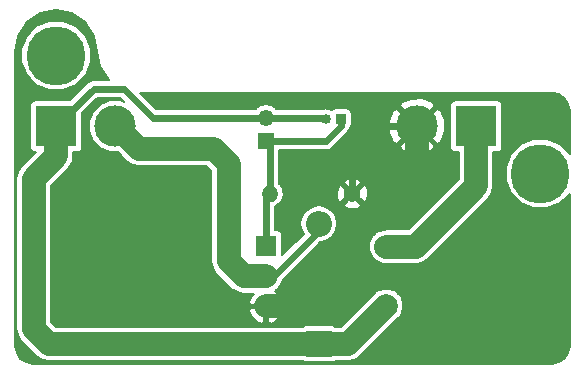
<source format=gtl>
G04 #@! TF.FileFunction,Copper,L1,Top,Signal*
%FSLAX46Y46*%
G04 Gerber Fmt 4.6, Leading zero omitted, Abs format (unit mm)*
G04 Created by KiCad (PCBNEW 4.0.7) date 08/24/19 09:27:58*
%MOMM*%
%LPD*%
G01*
G04 APERTURE LIST*
%ADD10C,0.100000*%
%ADD11C,5.000000*%
%ADD12C,2.000000*%
%ADD13R,1.800000X1.800000*%
%ADD14O,1.800000X1.800000*%
%ADD15R,3.500000X3.500000*%
%ADD16C,3.500000*%
%ADD17R,0.850000X0.850000*%
%ADD18C,0.850000*%
%ADD19R,2.200000X2.200000*%
%ADD20O,2.200000X2.200000*%
%ADD21C,1.400000*%
%ADD22O,1.400000X1.400000*%
%ADD23R,1.350000X1.350000*%
%ADD24O,1.350000X1.350000*%
%ADD25C,2.032000*%
%ADD26C,0.609600*%
%ADD27C,0.200000*%
G04 APERTURE END LIST*
D10*
D11*
X167998000Y-90365000D03*
X126998000Y-80365000D03*
D12*
X154940000Y-101560000D03*
X154940000Y-96560000D03*
D13*
X144780000Y-96520000D03*
D14*
X144780000Y-99060000D03*
X144780000Y-101600000D03*
D15*
X127000000Y-86360000D03*
D16*
X132000000Y-86360000D03*
D17*
X151130000Y-85725000D03*
D18*
X149880000Y-85725000D03*
D19*
X149225000Y-104775000D03*
D20*
X149225000Y-94615000D03*
D21*
X152090000Y-92075000D03*
D22*
X145090000Y-92075000D03*
D23*
X144780000Y-87630000D03*
D24*
X144780000Y-85630000D03*
D15*
X162560000Y-86360000D03*
D16*
X157560000Y-86360000D03*
D25*
X132000000Y-86360000D02*
X132080000Y-86360000D01*
X132080000Y-86360000D02*
X133985000Y-88265000D01*
X133985000Y-88265000D02*
X140335000Y-88265000D01*
X140335000Y-88265000D02*
X141605000Y-89535000D01*
X141605000Y-89535000D02*
X141605000Y-97790000D01*
X141605000Y-97790000D02*
X142875000Y-99060000D01*
X142875000Y-99060000D02*
X144780000Y-99060000D01*
D26*
X144780000Y-99060000D02*
X145415000Y-99060000D01*
X145415000Y-99060000D02*
X149225000Y-95250000D01*
X149225000Y-95250000D02*
X149225000Y-94615000D01*
X144780000Y-87630000D02*
X149860000Y-87630000D01*
X151130000Y-86360000D02*
X151130000Y-85725000D01*
X149860000Y-87630000D02*
X151130000Y-86360000D01*
X145090000Y-92075000D02*
X145090000Y-87940000D01*
X145090000Y-87940000D02*
X144780000Y-87630000D01*
X144780000Y-96520000D02*
X144780000Y-92385000D01*
X144780000Y-92385000D02*
X145090000Y-92075000D01*
D25*
X149225000Y-104775000D02*
X151725000Y-104775000D01*
X151725000Y-104775000D02*
X154940000Y-101560000D01*
X127000000Y-86360000D02*
X127000000Y-88900000D01*
X127000000Y-88900000D02*
X125095000Y-90805000D01*
X125095000Y-90805000D02*
X125095000Y-103505000D01*
X125095000Y-103505000D02*
X126365000Y-104775000D01*
X126365000Y-104775000D02*
X147955000Y-104775000D01*
X147955000Y-104775000D02*
X149225000Y-104775000D01*
D26*
X144780000Y-85630000D02*
X135160000Y-85630000D01*
X130175000Y-83185000D02*
X127000000Y-86360000D01*
X132715000Y-83185000D02*
X130175000Y-83185000D01*
X135160000Y-85630000D02*
X132715000Y-83185000D01*
X144780000Y-85630000D02*
X149785000Y-85630000D01*
X149785000Y-85630000D02*
X149880000Y-85725000D01*
D25*
X154940000Y-96560000D02*
X157440000Y-96560000D01*
X157440000Y-96560000D02*
X162560000Y-91440000D01*
X162560000Y-91440000D02*
X162560000Y-86360000D01*
X144780000Y-101600000D02*
X146050000Y-101600000D01*
X146050000Y-101600000D02*
X157560000Y-90090000D01*
X157560000Y-90090000D02*
X157560000Y-86360000D01*
D26*
X152090000Y-92075000D02*
X152090000Y-87940000D01*
X152090000Y-87940000D02*
X153670000Y-86360000D01*
X153670000Y-86360000D02*
X157560000Y-86360000D01*
D27*
G36*
X128325888Y-76799021D02*
X129449923Y-77550076D01*
X130200979Y-78674112D01*
X130485088Y-80102422D01*
X130713448Y-81250468D01*
X130713448Y-81250473D01*
X130752644Y-81345099D01*
X130791839Y-81439725D01*
X130791842Y-81439728D01*
X131442158Y-82412994D01*
X131459364Y-82430200D01*
X130175000Y-82430200D01*
X129886150Y-82487656D01*
X129641276Y-82651276D01*
X128141368Y-84151184D01*
X125250000Y-84151184D01*
X125083240Y-84182562D01*
X124930081Y-84281117D01*
X124827332Y-84431495D01*
X124791184Y-84610000D01*
X124791184Y-88110000D01*
X124822562Y-88276760D01*
X124921117Y-88429919D01*
X125071495Y-88532668D01*
X125250000Y-88568816D01*
X125257947Y-88568816D01*
X124058381Y-89768381D01*
X123740593Y-90243986D01*
X123628999Y-90805000D01*
X123629000Y-90805005D01*
X123629000Y-103504995D01*
X123628999Y-103505000D01*
X123740593Y-104066014D01*
X124058381Y-104541619D01*
X125328379Y-105811616D01*
X125328381Y-105811619D01*
X125803986Y-106129407D01*
X126365000Y-106241000D01*
X147863559Y-106241000D01*
X147946495Y-106297668D01*
X148125000Y-106333816D01*
X150325000Y-106333816D01*
X150491760Y-106302438D01*
X150587237Y-106241000D01*
X151724995Y-106241000D01*
X151725000Y-106241001D01*
X152286014Y-106129407D01*
X152761619Y-105811619D01*
X155976619Y-102596618D01*
X156021983Y-102528726D01*
X156168533Y-102382431D01*
X156248645Y-102189501D01*
X156294407Y-102121013D01*
X156310336Y-102040932D01*
X156389748Y-101849688D01*
X156389930Y-101640792D01*
X156406001Y-101560000D01*
X156390070Y-101479913D01*
X156390251Y-101272843D01*
X156310477Y-101079775D01*
X156294407Y-100998986D01*
X156249044Y-100931095D01*
X156169967Y-100739714D01*
X156022384Y-100591874D01*
X155976619Y-100523381D01*
X155908724Y-100478015D01*
X155762431Y-100331467D01*
X155569504Y-100251356D01*
X155501014Y-100205593D01*
X155420931Y-100189663D01*
X155229688Y-100110252D01*
X155020793Y-100110070D01*
X154940000Y-100093999D01*
X154859913Y-100109930D01*
X154652843Y-100109749D01*
X154459774Y-100189523D01*
X154378987Y-100205593D01*
X154311098Y-100250955D01*
X154119714Y-100330033D01*
X153971872Y-100477618D01*
X153903382Y-100523381D01*
X151117762Y-103309000D01*
X150586441Y-103309000D01*
X150503505Y-103252332D01*
X150325000Y-103216184D01*
X148125000Y-103216184D01*
X147958240Y-103247562D01*
X147862763Y-103309000D01*
X126972237Y-103309000D01*
X126561000Y-102897762D01*
X126561000Y-101986776D01*
X143322432Y-101986776D01*
X143581396Y-102515122D01*
X144022836Y-102904148D01*
X144393226Y-103057556D01*
X144626000Y-102947227D01*
X144626000Y-101754000D01*
X144934000Y-101754000D01*
X144934000Y-102947227D01*
X145166774Y-103057556D01*
X145537164Y-102904148D01*
X145978604Y-102515122D01*
X146237568Y-101986776D01*
X146128128Y-101754000D01*
X144934000Y-101754000D01*
X144626000Y-101754000D01*
X143431872Y-101754000D01*
X143322432Y-101986776D01*
X126561000Y-101986776D01*
X126561000Y-91412238D01*
X128036616Y-89936621D01*
X128036619Y-89936619D01*
X128354407Y-89461014D01*
X128386113Y-89301619D01*
X128466001Y-88900000D01*
X128466000Y-88899995D01*
X128466000Y-88568816D01*
X128750000Y-88568816D01*
X128916760Y-88537438D01*
X129069919Y-88438883D01*
X129172668Y-88288505D01*
X129208816Y-88110000D01*
X129208816Y-85218632D01*
X130487648Y-83939800D01*
X132402352Y-83939800D01*
X132753170Y-84290618D01*
X132439527Y-84160382D01*
X131564313Y-84159619D01*
X130755428Y-84493843D01*
X130136018Y-85112173D01*
X129800382Y-85920473D01*
X129799619Y-86795687D01*
X130133843Y-87604572D01*
X130752173Y-88223982D01*
X131560473Y-88559618D01*
X132206944Y-88560182D01*
X132948379Y-89301616D01*
X132948381Y-89301619D01*
X133423986Y-89619407D01*
X133517065Y-89637922D01*
X133985000Y-89731001D01*
X133985005Y-89731000D01*
X139727762Y-89731000D01*
X140139000Y-90142237D01*
X140139000Y-97789995D01*
X140138999Y-97790000D01*
X140250593Y-98351014D01*
X140568381Y-98826619D01*
X141838379Y-100096616D01*
X141838381Y-100096619D01*
X142187711Y-100330033D01*
X142313986Y-100414407D01*
X142875000Y-100526000D01*
X143761680Y-100526000D01*
X143581396Y-100684878D01*
X143322432Y-101213224D01*
X143431872Y-101446000D01*
X144626000Y-101446000D01*
X144626000Y-101426000D01*
X144934000Y-101426000D01*
X144934000Y-101446000D01*
X146128128Y-101446000D01*
X146237568Y-101213224D01*
X145978604Y-100684878D01*
X145537164Y-100295852D01*
X145525608Y-100291066D01*
X145816619Y-100096619D01*
X146134407Y-99621014D01*
X146187289Y-99355159D01*
X148982448Y-96560000D01*
X153474000Y-96560000D01*
X153489930Y-96640083D01*
X153489749Y-96847157D01*
X153569523Y-97040225D01*
X153585593Y-97121014D01*
X153630956Y-97188905D01*
X153710033Y-97380286D01*
X153857616Y-97528126D01*
X153903381Y-97596619D01*
X153971276Y-97641985D01*
X154117569Y-97788533D01*
X154310496Y-97868644D01*
X154378986Y-97914407D01*
X154459068Y-97930336D01*
X154650312Y-98009748D01*
X154859212Y-98009930D01*
X154940000Y-98026000D01*
X157439995Y-98026000D01*
X157440000Y-98026001D01*
X158001014Y-97914407D01*
X158476619Y-97596619D01*
X163596616Y-92476621D01*
X163596619Y-92476619D01*
X163914407Y-92001014D01*
X164026000Y-91440000D01*
X164026000Y-88568816D01*
X164310000Y-88568816D01*
X164476760Y-88537438D01*
X164629919Y-88438883D01*
X164732668Y-88288505D01*
X164768816Y-88110000D01*
X164768816Y-84610000D01*
X164737438Y-84443240D01*
X164638883Y-84290081D01*
X164488505Y-84187332D01*
X164310000Y-84151184D01*
X160810000Y-84151184D01*
X160643240Y-84182562D01*
X160490081Y-84281117D01*
X160387332Y-84431495D01*
X160351184Y-84610000D01*
X160351184Y-88110000D01*
X160382562Y-88276760D01*
X160481117Y-88429919D01*
X160631495Y-88532668D01*
X160810000Y-88568816D01*
X161094000Y-88568816D01*
X161094000Y-90832763D01*
X156832762Y-95094000D01*
X154940000Y-95094000D01*
X154859917Y-95109930D01*
X154652843Y-95109749D01*
X154459775Y-95189523D01*
X154378986Y-95205593D01*
X154311095Y-95250956D01*
X154119714Y-95330033D01*
X153971874Y-95477616D01*
X153903381Y-95523381D01*
X153858015Y-95591276D01*
X153711467Y-95737569D01*
X153631356Y-95930496D01*
X153585593Y-95998986D01*
X153569664Y-96079068D01*
X153490252Y-96270312D01*
X153490070Y-96479212D01*
X153474000Y-96560000D01*
X148982448Y-96560000D01*
X149377395Y-96165053D01*
X149818159Y-96077379D01*
X150321016Y-95741382D01*
X150657013Y-95238525D01*
X150775000Y-94645366D01*
X150775000Y-94584634D01*
X150657013Y-93991475D01*
X150321016Y-93488618D01*
X149818159Y-93152621D01*
X149225000Y-93034634D01*
X148631841Y-93152621D01*
X148128984Y-93488618D01*
X147792987Y-93991475D01*
X147675000Y-94584634D01*
X147675000Y-94645366D01*
X147792987Y-95238525D01*
X147943607Y-95463945D01*
X146138816Y-97268736D01*
X146138816Y-95620000D01*
X146107438Y-95453240D01*
X146008883Y-95300081D01*
X145858505Y-95197332D01*
X145680000Y-95161184D01*
X145534800Y-95161184D01*
X145534800Y-93141005D01*
X145552616Y-93137461D01*
X145739928Y-93012303D01*
X151370486Y-93012303D01*
X151435947Y-93237227D01*
X151930499Y-93399052D01*
X152449333Y-93359303D01*
X152744053Y-93237227D01*
X152809514Y-93012303D01*
X152090000Y-92292789D01*
X151370486Y-93012303D01*
X145739928Y-93012303D01*
X145925703Y-92888173D01*
X146174991Y-92515086D01*
X146262530Y-92075000D01*
X146230804Y-91915499D01*
X150765948Y-91915499D01*
X150805697Y-92434333D01*
X150927773Y-92729053D01*
X151152697Y-92794514D01*
X151872211Y-92075000D01*
X152307789Y-92075000D01*
X153027303Y-92794514D01*
X153252227Y-92729053D01*
X153414052Y-92234501D01*
X153374303Y-91715667D01*
X153252227Y-91420947D01*
X153027303Y-91355486D01*
X152307789Y-92075000D01*
X151872211Y-92075000D01*
X151152697Y-91355486D01*
X150927773Y-91420947D01*
X150765948Y-91915499D01*
X146230804Y-91915499D01*
X146174991Y-91634914D01*
X145925703Y-91261827D01*
X145844800Y-91207770D01*
X145844800Y-91137697D01*
X151370486Y-91137697D01*
X152090000Y-91857211D01*
X152809514Y-91137697D01*
X152744053Y-90912773D01*
X152249501Y-90750948D01*
X151730667Y-90790697D01*
X151435947Y-90912773D01*
X151370486Y-91137697D01*
X145844800Y-91137697D01*
X145844800Y-88531609D01*
X145877668Y-88483505D01*
X145897656Y-88384800D01*
X149860000Y-88384800D01*
X150148850Y-88327344D01*
X150393724Y-88163724D01*
X150499738Y-88057710D01*
X156080079Y-88057710D01*
X156274340Y-88391560D01*
X157149649Y-88728918D01*
X158087430Y-88705629D01*
X158845660Y-88391560D01*
X159039921Y-88057710D01*
X157560000Y-86577789D01*
X156080079Y-88057710D01*
X150499738Y-88057710D01*
X151663724Y-86893724D01*
X151827344Y-86648850D01*
X151859132Y-86489042D01*
X151874919Y-86478883D01*
X151977668Y-86328505D01*
X152013816Y-86150000D01*
X152013816Y-85949649D01*
X155191082Y-85949649D01*
X155214371Y-86887430D01*
X155528440Y-87645660D01*
X155862290Y-87839921D01*
X157342211Y-86360000D01*
X157777789Y-86360000D01*
X159257710Y-87839921D01*
X159591560Y-87645660D01*
X159928918Y-86770351D01*
X159905629Y-85832570D01*
X159591560Y-85074340D01*
X159257710Y-84880079D01*
X157777789Y-86360000D01*
X157342211Y-86360000D01*
X155862290Y-84880079D01*
X155528440Y-85074340D01*
X155191082Y-85949649D01*
X152013816Y-85949649D01*
X152013816Y-85300000D01*
X151982438Y-85133240D01*
X151883883Y-84980081D01*
X151733505Y-84877332D01*
X151555000Y-84841184D01*
X150705000Y-84841184D01*
X150538240Y-84872562D01*
X150385081Y-84971117D01*
X150376430Y-84983779D01*
X150376295Y-84983644D01*
X150054812Y-84850152D01*
X149706715Y-84849849D01*
X149645361Y-84875200D01*
X145624727Y-84875200D01*
X145597535Y-84834505D01*
X145339797Y-84662290D01*
X156080079Y-84662290D01*
X157560000Y-86142211D01*
X159039921Y-84662290D01*
X158845660Y-84328440D01*
X157970351Y-83991082D01*
X157032570Y-84014371D01*
X156274340Y-84328440D01*
X156080079Y-84662290D01*
X145339797Y-84662290D01*
X145232559Y-84590636D01*
X144802040Y-84505000D01*
X144757960Y-84505000D01*
X144327441Y-84590636D01*
X143962465Y-84834505D01*
X143935273Y-84875200D01*
X135472648Y-84875200D01*
X134122448Y-83525000D01*
X168948294Y-83525000D01*
X169560522Y-83646780D01*
X170035710Y-83964290D01*
X170353220Y-84439479D01*
X170475000Y-85051706D01*
X170475000Y-88670751D01*
X169671223Y-87865570D01*
X168587366Y-87415513D01*
X167413783Y-87414489D01*
X166329142Y-87862653D01*
X165498570Y-88691777D01*
X165048513Y-89775634D01*
X165047489Y-90949217D01*
X165495653Y-92033858D01*
X166324777Y-92864430D01*
X167408634Y-93314487D01*
X168582217Y-93315511D01*
X169666858Y-92867347D01*
X170475000Y-92060614D01*
X170475000Y-104948294D01*
X170353220Y-105560521D01*
X170035710Y-106035710D01*
X169560522Y-106353220D01*
X168948294Y-106475000D01*
X125051706Y-106475000D01*
X124439479Y-106353220D01*
X123964290Y-106035710D01*
X123646780Y-105560522D01*
X123525000Y-104948294D01*
X123525000Y-80949217D01*
X124047489Y-80949217D01*
X124495653Y-82033858D01*
X125324777Y-82864430D01*
X126408634Y-83314487D01*
X127582217Y-83315511D01*
X128666858Y-82867347D01*
X129497430Y-82038223D01*
X129947487Y-80954366D01*
X129948511Y-79780783D01*
X129500347Y-78696142D01*
X128671223Y-77865570D01*
X127587366Y-77415513D01*
X126413783Y-77414489D01*
X125329142Y-77862653D01*
X124498570Y-78691777D01*
X124048513Y-79775634D01*
X124047489Y-80949217D01*
X123525000Y-80949217D01*
X123525000Y-80051706D01*
X123799021Y-78674112D01*
X124550076Y-77550077D01*
X125674112Y-76799021D01*
X127000000Y-76535285D01*
X128325888Y-76799021D01*
X128325888Y-76799021D01*
G37*
X128325888Y-76799021D02*
X129449923Y-77550076D01*
X130200979Y-78674112D01*
X130485088Y-80102422D01*
X130713448Y-81250468D01*
X130713448Y-81250473D01*
X130752644Y-81345099D01*
X130791839Y-81439725D01*
X130791842Y-81439728D01*
X131442158Y-82412994D01*
X131459364Y-82430200D01*
X130175000Y-82430200D01*
X129886150Y-82487656D01*
X129641276Y-82651276D01*
X128141368Y-84151184D01*
X125250000Y-84151184D01*
X125083240Y-84182562D01*
X124930081Y-84281117D01*
X124827332Y-84431495D01*
X124791184Y-84610000D01*
X124791184Y-88110000D01*
X124822562Y-88276760D01*
X124921117Y-88429919D01*
X125071495Y-88532668D01*
X125250000Y-88568816D01*
X125257947Y-88568816D01*
X124058381Y-89768381D01*
X123740593Y-90243986D01*
X123628999Y-90805000D01*
X123629000Y-90805005D01*
X123629000Y-103504995D01*
X123628999Y-103505000D01*
X123740593Y-104066014D01*
X124058381Y-104541619D01*
X125328379Y-105811616D01*
X125328381Y-105811619D01*
X125803986Y-106129407D01*
X126365000Y-106241000D01*
X147863559Y-106241000D01*
X147946495Y-106297668D01*
X148125000Y-106333816D01*
X150325000Y-106333816D01*
X150491760Y-106302438D01*
X150587237Y-106241000D01*
X151724995Y-106241000D01*
X151725000Y-106241001D01*
X152286014Y-106129407D01*
X152761619Y-105811619D01*
X155976619Y-102596618D01*
X156021983Y-102528726D01*
X156168533Y-102382431D01*
X156248645Y-102189501D01*
X156294407Y-102121013D01*
X156310336Y-102040932D01*
X156389748Y-101849688D01*
X156389930Y-101640792D01*
X156406001Y-101560000D01*
X156390070Y-101479913D01*
X156390251Y-101272843D01*
X156310477Y-101079775D01*
X156294407Y-100998986D01*
X156249044Y-100931095D01*
X156169967Y-100739714D01*
X156022384Y-100591874D01*
X155976619Y-100523381D01*
X155908724Y-100478015D01*
X155762431Y-100331467D01*
X155569504Y-100251356D01*
X155501014Y-100205593D01*
X155420931Y-100189663D01*
X155229688Y-100110252D01*
X155020793Y-100110070D01*
X154940000Y-100093999D01*
X154859913Y-100109930D01*
X154652843Y-100109749D01*
X154459774Y-100189523D01*
X154378987Y-100205593D01*
X154311098Y-100250955D01*
X154119714Y-100330033D01*
X153971872Y-100477618D01*
X153903382Y-100523381D01*
X151117762Y-103309000D01*
X150586441Y-103309000D01*
X150503505Y-103252332D01*
X150325000Y-103216184D01*
X148125000Y-103216184D01*
X147958240Y-103247562D01*
X147862763Y-103309000D01*
X126972237Y-103309000D01*
X126561000Y-102897762D01*
X126561000Y-101986776D01*
X143322432Y-101986776D01*
X143581396Y-102515122D01*
X144022836Y-102904148D01*
X144393226Y-103057556D01*
X144626000Y-102947227D01*
X144626000Y-101754000D01*
X144934000Y-101754000D01*
X144934000Y-102947227D01*
X145166774Y-103057556D01*
X145537164Y-102904148D01*
X145978604Y-102515122D01*
X146237568Y-101986776D01*
X146128128Y-101754000D01*
X144934000Y-101754000D01*
X144626000Y-101754000D01*
X143431872Y-101754000D01*
X143322432Y-101986776D01*
X126561000Y-101986776D01*
X126561000Y-91412238D01*
X128036616Y-89936621D01*
X128036619Y-89936619D01*
X128354407Y-89461014D01*
X128386113Y-89301619D01*
X128466001Y-88900000D01*
X128466000Y-88899995D01*
X128466000Y-88568816D01*
X128750000Y-88568816D01*
X128916760Y-88537438D01*
X129069919Y-88438883D01*
X129172668Y-88288505D01*
X129208816Y-88110000D01*
X129208816Y-85218632D01*
X130487648Y-83939800D01*
X132402352Y-83939800D01*
X132753170Y-84290618D01*
X132439527Y-84160382D01*
X131564313Y-84159619D01*
X130755428Y-84493843D01*
X130136018Y-85112173D01*
X129800382Y-85920473D01*
X129799619Y-86795687D01*
X130133843Y-87604572D01*
X130752173Y-88223982D01*
X131560473Y-88559618D01*
X132206944Y-88560182D01*
X132948379Y-89301616D01*
X132948381Y-89301619D01*
X133423986Y-89619407D01*
X133517065Y-89637922D01*
X133985000Y-89731001D01*
X133985005Y-89731000D01*
X139727762Y-89731000D01*
X140139000Y-90142237D01*
X140139000Y-97789995D01*
X140138999Y-97790000D01*
X140250593Y-98351014D01*
X140568381Y-98826619D01*
X141838379Y-100096616D01*
X141838381Y-100096619D01*
X142187711Y-100330033D01*
X142313986Y-100414407D01*
X142875000Y-100526000D01*
X143761680Y-100526000D01*
X143581396Y-100684878D01*
X143322432Y-101213224D01*
X143431872Y-101446000D01*
X144626000Y-101446000D01*
X144626000Y-101426000D01*
X144934000Y-101426000D01*
X144934000Y-101446000D01*
X146128128Y-101446000D01*
X146237568Y-101213224D01*
X145978604Y-100684878D01*
X145537164Y-100295852D01*
X145525608Y-100291066D01*
X145816619Y-100096619D01*
X146134407Y-99621014D01*
X146187289Y-99355159D01*
X148982448Y-96560000D01*
X153474000Y-96560000D01*
X153489930Y-96640083D01*
X153489749Y-96847157D01*
X153569523Y-97040225D01*
X153585593Y-97121014D01*
X153630956Y-97188905D01*
X153710033Y-97380286D01*
X153857616Y-97528126D01*
X153903381Y-97596619D01*
X153971276Y-97641985D01*
X154117569Y-97788533D01*
X154310496Y-97868644D01*
X154378986Y-97914407D01*
X154459068Y-97930336D01*
X154650312Y-98009748D01*
X154859212Y-98009930D01*
X154940000Y-98026000D01*
X157439995Y-98026000D01*
X157440000Y-98026001D01*
X158001014Y-97914407D01*
X158476619Y-97596619D01*
X163596616Y-92476621D01*
X163596619Y-92476619D01*
X163914407Y-92001014D01*
X164026000Y-91440000D01*
X164026000Y-88568816D01*
X164310000Y-88568816D01*
X164476760Y-88537438D01*
X164629919Y-88438883D01*
X164732668Y-88288505D01*
X164768816Y-88110000D01*
X164768816Y-84610000D01*
X164737438Y-84443240D01*
X164638883Y-84290081D01*
X164488505Y-84187332D01*
X164310000Y-84151184D01*
X160810000Y-84151184D01*
X160643240Y-84182562D01*
X160490081Y-84281117D01*
X160387332Y-84431495D01*
X160351184Y-84610000D01*
X160351184Y-88110000D01*
X160382562Y-88276760D01*
X160481117Y-88429919D01*
X160631495Y-88532668D01*
X160810000Y-88568816D01*
X161094000Y-88568816D01*
X161094000Y-90832763D01*
X156832762Y-95094000D01*
X154940000Y-95094000D01*
X154859917Y-95109930D01*
X154652843Y-95109749D01*
X154459775Y-95189523D01*
X154378986Y-95205593D01*
X154311095Y-95250956D01*
X154119714Y-95330033D01*
X153971874Y-95477616D01*
X153903381Y-95523381D01*
X153858015Y-95591276D01*
X153711467Y-95737569D01*
X153631356Y-95930496D01*
X153585593Y-95998986D01*
X153569664Y-96079068D01*
X153490252Y-96270312D01*
X153490070Y-96479212D01*
X153474000Y-96560000D01*
X148982448Y-96560000D01*
X149377395Y-96165053D01*
X149818159Y-96077379D01*
X150321016Y-95741382D01*
X150657013Y-95238525D01*
X150775000Y-94645366D01*
X150775000Y-94584634D01*
X150657013Y-93991475D01*
X150321016Y-93488618D01*
X149818159Y-93152621D01*
X149225000Y-93034634D01*
X148631841Y-93152621D01*
X148128984Y-93488618D01*
X147792987Y-93991475D01*
X147675000Y-94584634D01*
X147675000Y-94645366D01*
X147792987Y-95238525D01*
X147943607Y-95463945D01*
X146138816Y-97268736D01*
X146138816Y-95620000D01*
X146107438Y-95453240D01*
X146008883Y-95300081D01*
X145858505Y-95197332D01*
X145680000Y-95161184D01*
X145534800Y-95161184D01*
X145534800Y-93141005D01*
X145552616Y-93137461D01*
X145739928Y-93012303D01*
X151370486Y-93012303D01*
X151435947Y-93237227D01*
X151930499Y-93399052D01*
X152449333Y-93359303D01*
X152744053Y-93237227D01*
X152809514Y-93012303D01*
X152090000Y-92292789D01*
X151370486Y-93012303D01*
X145739928Y-93012303D01*
X145925703Y-92888173D01*
X146174991Y-92515086D01*
X146262530Y-92075000D01*
X146230804Y-91915499D01*
X150765948Y-91915499D01*
X150805697Y-92434333D01*
X150927773Y-92729053D01*
X151152697Y-92794514D01*
X151872211Y-92075000D01*
X152307789Y-92075000D01*
X153027303Y-92794514D01*
X153252227Y-92729053D01*
X153414052Y-92234501D01*
X153374303Y-91715667D01*
X153252227Y-91420947D01*
X153027303Y-91355486D01*
X152307789Y-92075000D01*
X151872211Y-92075000D01*
X151152697Y-91355486D01*
X150927773Y-91420947D01*
X150765948Y-91915499D01*
X146230804Y-91915499D01*
X146174991Y-91634914D01*
X145925703Y-91261827D01*
X145844800Y-91207770D01*
X145844800Y-91137697D01*
X151370486Y-91137697D01*
X152090000Y-91857211D01*
X152809514Y-91137697D01*
X152744053Y-90912773D01*
X152249501Y-90750948D01*
X151730667Y-90790697D01*
X151435947Y-90912773D01*
X151370486Y-91137697D01*
X145844800Y-91137697D01*
X145844800Y-88531609D01*
X145877668Y-88483505D01*
X145897656Y-88384800D01*
X149860000Y-88384800D01*
X150148850Y-88327344D01*
X150393724Y-88163724D01*
X150499738Y-88057710D01*
X156080079Y-88057710D01*
X156274340Y-88391560D01*
X157149649Y-88728918D01*
X158087430Y-88705629D01*
X158845660Y-88391560D01*
X159039921Y-88057710D01*
X157560000Y-86577789D01*
X156080079Y-88057710D01*
X150499738Y-88057710D01*
X151663724Y-86893724D01*
X151827344Y-86648850D01*
X151859132Y-86489042D01*
X151874919Y-86478883D01*
X151977668Y-86328505D01*
X152013816Y-86150000D01*
X152013816Y-85949649D01*
X155191082Y-85949649D01*
X155214371Y-86887430D01*
X155528440Y-87645660D01*
X155862290Y-87839921D01*
X157342211Y-86360000D01*
X157777789Y-86360000D01*
X159257710Y-87839921D01*
X159591560Y-87645660D01*
X159928918Y-86770351D01*
X159905629Y-85832570D01*
X159591560Y-85074340D01*
X159257710Y-84880079D01*
X157777789Y-86360000D01*
X157342211Y-86360000D01*
X155862290Y-84880079D01*
X155528440Y-85074340D01*
X155191082Y-85949649D01*
X152013816Y-85949649D01*
X152013816Y-85300000D01*
X151982438Y-85133240D01*
X151883883Y-84980081D01*
X151733505Y-84877332D01*
X151555000Y-84841184D01*
X150705000Y-84841184D01*
X150538240Y-84872562D01*
X150385081Y-84971117D01*
X150376430Y-84983779D01*
X150376295Y-84983644D01*
X150054812Y-84850152D01*
X149706715Y-84849849D01*
X149645361Y-84875200D01*
X145624727Y-84875200D01*
X145597535Y-84834505D01*
X145339797Y-84662290D01*
X156080079Y-84662290D01*
X157560000Y-86142211D01*
X159039921Y-84662290D01*
X158845660Y-84328440D01*
X157970351Y-83991082D01*
X157032570Y-84014371D01*
X156274340Y-84328440D01*
X156080079Y-84662290D01*
X145339797Y-84662290D01*
X145232559Y-84590636D01*
X144802040Y-84505000D01*
X144757960Y-84505000D01*
X144327441Y-84590636D01*
X143962465Y-84834505D01*
X143935273Y-84875200D01*
X135472648Y-84875200D01*
X134122448Y-83525000D01*
X168948294Y-83525000D01*
X169560522Y-83646780D01*
X170035710Y-83964290D01*
X170353220Y-84439479D01*
X170475000Y-85051706D01*
X170475000Y-88670751D01*
X169671223Y-87865570D01*
X168587366Y-87415513D01*
X167413783Y-87414489D01*
X166329142Y-87862653D01*
X165498570Y-88691777D01*
X165048513Y-89775634D01*
X165047489Y-90949217D01*
X165495653Y-92033858D01*
X166324777Y-92864430D01*
X167408634Y-93314487D01*
X168582217Y-93315511D01*
X169666858Y-92867347D01*
X170475000Y-92060614D01*
X170475000Y-104948294D01*
X170353220Y-105560521D01*
X170035710Y-106035710D01*
X169560522Y-106353220D01*
X168948294Y-106475000D01*
X125051706Y-106475000D01*
X124439479Y-106353220D01*
X123964290Y-106035710D01*
X123646780Y-105560522D01*
X123525000Y-104948294D01*
X123525000Y-80949217D01*
X124047489Y-80949217D01*
X124495653Y-82033858D01*
X125324777Y-82864430D01*
X126408634Y-83314487D01*
X127582217Y-83315511D01*
X128666858Y-82867347D01*
X129497430Y-82038223D01*
X129947487Y-80954366D01*
X129948511Y-79780783D01*
X129500347Y-78696142D01*
X128671223Y-77865570D01*
X127587366Y-77415513D01*
X126413783Y-77414489D01*
X125329142Y-77862653D01*
X124498570Y-78691777D01*
X124048513Y-79775634D01*
X124047489Y-80949217D01*
X123525000Y-80949217D01*
X123525000Y-80051706D01*
X123799021Y-78674112D01*
X124550076Y-77550077D01*
X125674112Y-76799021D01*
X127000000Y-76535285D01*
X128325888Y-76799021D01*
M02*

</source>
